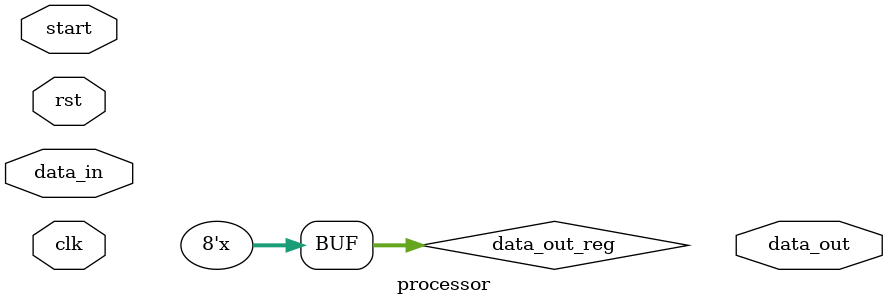
<source format=v>
`include "memory.v" // `include "alu.v"

module processor(clk,rst,start,data_in,data_out);
input clk;
input rst; //rst will stop processor and make every thing zero m_rst resets memory
input start; // starts the processing
input [7:0] data_in;// input to be stored in mem processed by ALU
output [7:0]data_out;
// register declaration
wire [7:0]mem_dat;
reg [7:0]data_in_reg;
reg counter;
reg [7:0]data_out_reg;
reg [7:0]A_Reg;
reg [7:0]B_Reg;
reg [7:0]RSR0,RSR1;
reg [7:0]pc,nxt_pc; // program counter helps to read address and data
reg [7:0]stack;
reg [3:0]op;
reg prs_state, nxt_state;
reg m_rst;//m_rst resets memory, for m_rst = 1b'0 it will be zero

parameter WRITE = 1'b0;//start writing to memory when start = 0
parameter READ = 1'b1;// start reading memory when start = 1

parameter M_Reg = 8'h26; // memeory register
// opeartion declaration
parameter NOP = 4'h0;
parameter MOVA = 4'h1;
parameter MOVB = 4'h2;
parameter MOVAM = 4'h9;
parameter MOVBM = 4'ha;
parameter MOVM = 4'hc;
parameter ADD = 4'h3;
parameter SUB = 4'h6;
parameter MULT = 4'h7; // unsigned multiplication
parameter DIV = 4'h4;
parameter HALT = 4'h8;

always @(posedge clk) begin
    if (!rst) begin
        prs_state <= 1'b0;
        m_rst <= 1'b0;
        A_Reg <= 8'd0;
        B_Reg <= 8'd0;
        RSR0 <= 8'd0;
        RSR1 <= 8'd0;
        op <= 4'd0;
        pc <= 8'd0;
        data_in_reg <= 8'd0;
        counter = 1'b0;
        data_out_reg <= 8'd0;
    end
    else begin
        prs_state <= nxt_state;
        pc <= nxt_pc;
        data_in_reg <= data_in;
        m_rst <= 1'b1;
    end
end
    always @(*)begin
    case (prs_state)
    WRITE : begin // processor writes to memory
        if (start) begin
            nxt_state = READ;
            m_rst = 1'b1;
        end
        else begin
            data_in_reg = data_in;
            nxt_state = WRITE;
            m_rst = 1'b1;
            if (counter == 1'b0) begin
              nxt_pc = data_in_reg;// first data input is the starting address
              counter = counter+1'b1;  
            end
            nxt_pc = pc+1;
            // counter = 1'b0;
        end
    end 
    READ: begin // processor reads from memory
        counter = 1'b0;
      if (counter == 1'b0) begin //first data from memory is op_code
          op = mem_dat[3:0];
          counter = counter + 1'b1;
      end
      else begin
          data_out_reg = mem_dat;
          counter = 1'b0;
      end
      nxt_pc = pc+1;
      case (op)
        NOP: begin
                A_Reg = A_Reg;B_Reg = B_Reg;
                RSR0=RSR0;RSR1=RSR1;
            end 
        MOVA : A_Reg = data_out_reg;
        MOVB : B_Reg = data_out_reg;
        MOVAM: begin
                if (counter == 1'b0) begin
                    stack = pc;
                    nxt_pc = M_Reg;
                    data_in_reg = A_Reg;
                    counter = counter + 1'b1; 
                end
                else begin
                    nxt_pc = stack;
                    counter = 1'b0; 
                end   
                end 
        MOVBM: begin
                if (counter == 1'b0) begin
                    stack = pc;
                    nxt_pc = M_Reg;
                    data_in_reg = B_Reg;
                    counter = counter + 1'b1; 
                end
                else begin
                    nxt_pc = stack;
                    counter = 1'b0; 
                end   
                end 
        MOVM: begin
                if (counter == 1'b0) begin
                    stack = pc;
                    nxt_pc = M_Reg;
                    counter = counter + 1'b1; 
                end
                else begin
                    nxt_pc = stack;
                    counter = 1'b0; 
                end   
                end 
        ADD: A_Reg = A_Reg+B_Reg;
        SUB: A_Reg = A_Reg-B_Reg;
        MULT: begin
                {RSR1,RSR0} = A_Reg*B_Reg;
                A_Reg = RSR0; B_Reg = RSR1;
            end
        DIV: begin RSR0 = A_Reg/B_Reg; 
               RSR1 = A_Reg-(RSR0*B_Reg);
               A_Reg = RSR0; B_Reg = RSR1; 
            end
    endcase
    end
    endcase
end

memory_64B u_memory_64B(
    .clk      	(clk),
    .rst      	(m_rst),
    .r_w      	(prs_state),
    .addr     	(pc),
    .data_in  	(data_in_reg[7:0]),
    .data_out 	(mem_dat[7:0])
);

endmodule

// case (op)
//    nop : no operatin is done
//    movA  : move data_in register A   address of Reg A = 00000110 = 8'h06
//    movB  : move data_in register B   address of reg B = 00010110 = 8'h16
//     default: 
// endcase
</source>
